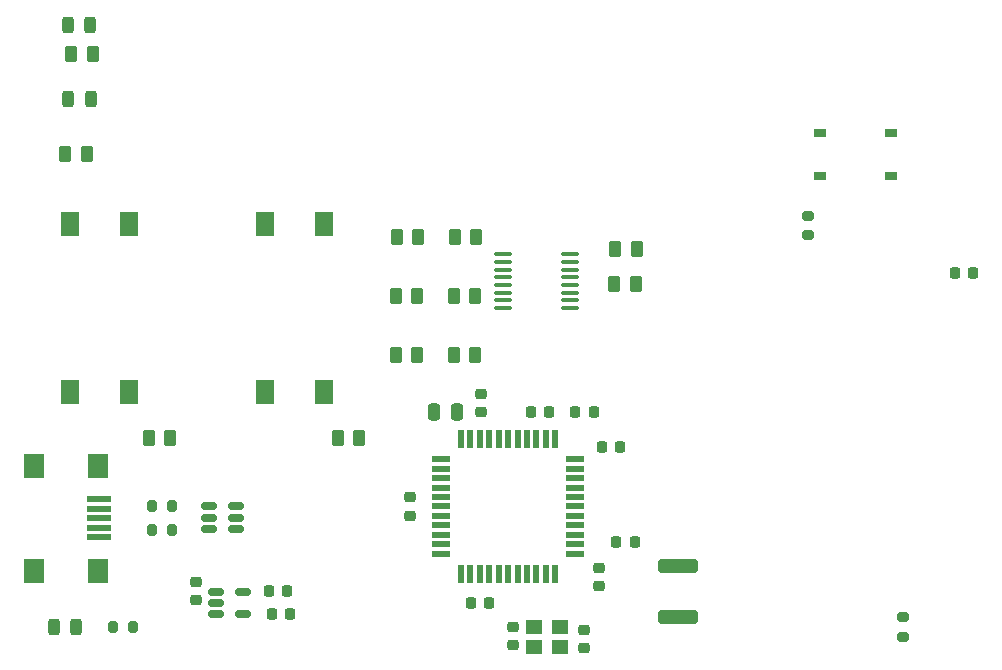
<source format=gbr>
%TF.GenerationSoftware,KiCad,Pcbnew,(7.0.0)*%
%TF.CreationDate,2023-04-24T10:23:05-06:00*%
%TF.ProjectId,Phase_B_Prototype,50686173-655f-4425-9f50-726f746f7479,rev?*%
%TF.SameCoordinates,Original*%
%TF.FileFunction,Paste,Top*%
%TF.FilePolarity,Positive*%
%FSLAX46Y46*%
G04 Gerber Fmt 4.6, Leading zero omitted, Abs format (unit mm)*
G04 Created by KiCad (PCBNEW (7.0.0)) date 2023-04-24 10:23:05*
%MOMM*%
%LPD*%
G01*
G04 APERTURE LIST*
G04 Aperture macros list*
%AMRoundRect*
0 Rectangle with rounded corners*
0 $1 Rounding radius*
0 $2 $3 $4 $5 $6 $7 $8 $9 X,Y pos of 4 corners*
0 Add a 4 corners polygon primitive as box body*
4,1,4,$2,$3,$4,$5,$6,$7,$8,$9,$2,$3,0*
0 Add four circle primitives for the rounded corners*
1,1,$1+$1,$2,$3*
1,1,$1+$1,$4,$5*
1,1,$1+$1,$6,$7*
1,1,$1+$1,$8,$9*
0 Add four rect primitives between the rounded corners*
20,1,$1+$1,$2,$3,$4,$5,0*
20,1,$1+$1,$4,$5,$6,$7,0*
20,1,$1+$1,$6,$7,$8,$9,0*
20,1,$1+$1,$8,$9,$2,$3,0*%
G04 Aperture macros list end*
%ADD10RoundRect,0.250000X-0.250000X-0.475000X0.250000X-0.475000X0.250000X0.475000X-0.250000X0.475000X0*%
%ADD11RoundRect,0.243750X-0.243750X-0.456250X0.243750X-0.456250X0.243750X0.456250X-0.243750X0.456250X0*%
%ADD12RoundRect,0.225000X-0.225000X-0.250000X0.225000X-0.250000X0.225000X0.250000X-0.225000X0.250000X0*%
%ADD13RoundRect,0.250000X-0.262500X-0.450000X0.262500X-0.450000X0.262500X0.450000X-0.262500X0.450000X0*%
%ADD14RoundRect,0.200000X-0.200000X-0.275000X0.200000X-0.275000X0.200000X0.275000X-0.200000X0.275000X0*%
%ADD15R,1.400000X1.200000*%
%ADD16RoundRect,0.250000X1.450000X-0.312500X1.450000X0.312500X-1.450000X0.312500X-1.450000X-0.312500X0*%
%ADD17R,1.000000X0.700000*%
%ADD18RoundRect,0.225000X0.250000X-0.225000X0.250000X0.225000X-0.250000X0.225000X-0.250000X-0.225000X0*%
%ADD19RoundRect,0.150000X-0.512500X-0.150000X0.512500X-0.150000X0.512500X0.150000X-0.512500X0.150000X0*%
%ADD20RoundRect,0.225000X0.225000X0.250000X-0.225000X0.250000X-0.225000X-0.250000X0.225000X-0.250000X0*%
%ADD21RoundRect,0.225000X-0.250000X0.225000X-0.250000X-0.225000X0.250000X-0.225000X0.250000X0.225000X0*%
%ADD22RoundRect,0.200000X0.275000X-0.200000X0.275000X0.200000X-0.275000X0.200000X-0.275000X-0.200000X0*%
%ADD23R,1.500000X0.550000*%
%ADD24R,0.550000X1.500000*%
%ADD25R,1.500000X2.000000*%
%ADD26R,2.000000X0.500000*%
%ADD27R,1.700000X2.000000*%
%ADD28RoundRect,0.100000X-0.637500X-0.100000X0.637500X-0.100000X0.637500X0.100000X-0.637500X0.100000X0*%
G04 APERTURE END LIST*
D10*
%TO.C,C8*%
X217350000Y-103800000D03*
X219250000Y-103800000D03*
%TD*%
D11*
%TO.C,RED1*%
X186375000Y-77300000D03*
X188250000Y-77300000D03*
%TD*%
D12*
%TO.C,C6*%
X220450000Y-120000000D03*
X222000000Y-120000000D03*
%TD*%
D13*
%TO.C,R9*%
X219000000Y-94000000D03*
X220825000Y-94000000D03*
%TD*%
D14*
%TO.C,R15*%
X193475000Y-111800000D03*
X195125000Y-111800000D03*
%TD*%
D15*
%TO.C,Y1*%
X227999999Y-121999999D03*
X225799999Y-121999999D03*
X225799999Y-123699999D03*
X227999999Y-123699999D03*
%TD*%
D16*
%TO.C,F1*%
X238000000Y-121137500D03*
X238000000Y-116862500D03*
%TD*%
D13*
%TO.C,R4*%
X186587500Y-73500000D03*
X188412500Y-73500000D03*
%TD*%
D17*
%TO.C,S3*%
X249999999Y-80149999D03*
X255999999Y-80149999D03*
X249999999Y-83849999D03*
X255999999Y-83849999D03*
%TD*%
D18*
%TO.C,C9*%
X215300000Y-112575000D03*
X215300000Y-111025000D03*
%TD*%
D19*
%TO.C,U4*%
X198300000Y-111800000D03*
X198300000Y-112750000D03*
X198300000Y-113700000D03*
X200575000Y-113700000D03*
X200575000Y-112750000D03*
X200575000Y-111800000D03*
%TD*%
D13*
%TO.C,R1*%
X209175000Y-106000000D03*
X211000000Y-106000000D03*
%TD*%
D18*
%TO.C,C12*%
X221300000Y-103800000D03*
X221300000Y-102250000D03*
%TD*%
D12*
%TO.C,C4*%
X231525000Y-106800000D03*
X233075000Y-106800000D03*
%TD*%
D13*
%TO.C,R8*%
X219087500Y-89000000D03*
X220912500Y-89000000D03*
%TD*%
D12*
%TO.C,C14*%
X203362500Y-118950000D03*
X204912500Y-118950000D03*
%TD*%
D20*
%TO.C,C7*%
X227075000Y-103800000D03*
X225525000Y-103800000D03*
%TD*%
D12*
%TO.C,C1*%
X261450000Y-92000000D03*
X263000000Y-92000000D03*
%TD*%
D21*
%TO.C,C10*%
X231300000Y-117025000D03*
X231300000Y-118575000D03*
%TD*%
D13*
%TO.C,R6*%
X232677500Y-90000000D03*
X234502500Y-90000000D03*
%TD*%
%TO.C,R11*%
X214087500Y-94000000D03*
X215912500Y-94000000D03*
%TD*%
D21*
%TO.C,C2*%
X230000000Y-122225000D03*
X230000000Y-123775000D03*
%TD*%
D14*
%TO.C,R14*%
X193475000Y-113800000D03*
X195125000Y-113800000D03*
%TD*%
D22*
%TO.C,R17*%
X257000000Y-122825000D03*
X257000000Y-121175000D03*
%TD*%
D23*
%TO.C,U3*%
X217899999Y-107799999D03*
X217899999Y-108599999D03*
X217899999Y-109399999D03*
X217899999Y-110199999D03*
X217899999Y-110999999D03*
X217899999Y-111799999D03*
X217899999Y-112599999D03*
X217899999Y-113399999D03*
X217899999Y-114199999D03*
X217899999Y-114999999D03*
X217899999Y-115799999D03*
D24*
X219599999Y-117499999D03*
X220399999Y-117499999D03*
X221199999Y-117499999D03*
X221999999Y-117499999D03*
X222799999Y-117499999D03*
X223599999Y-117499999D03*
X224399999Y-117499999D03*
X225199999Y-117499999D03*
X225999999Y-117499999D03*
X226799999Y-117499999D03*
X227599999Y-117499999D03*
D23*
X229299999Y-115799999D03*
X229299999Y-114999999D03*
X229299999Y-114199999D03*
X229299999Y-113399999D03*
X229299999Y-112599999D03*
X229299999Y-111799999D03*
X229299999Y-110999999D03*
X229299999Y-110199999D03*
X229299999Y-109399999D03*
X229299999Y-108599999D03*
X229299999Y-107799999D03*
D24*
X227599999Y-106099999D03*
X226799999Y-106099999D03*
X225999999Y-106099999D03*
X225199999Y-106099999D03*
X224399999Y-106099999D03*
X223599999Y-106099999D03*
X222799999Y-106099999D03*
X221999999Y-106099999D03*
X221199999Y-106099999D03*
X220399999Y-106099999D03*
X219599999Y-106099999D03*
%TD*%
D13*
%TO.C,R10*%
X219000000Y-98950000D03*
X220825000Y-98950000D03*
%TD*%
%TO.C,R12*%
X214087500Y-99000000D03*
X215912500Y-99000000D03*
%TD*%
D11*
%TO.C,RED2*%
X185125000Y-122000000D03*
X187000000Y-122000000D03*
%TD*%
D13*
%TO.C,R5*%
X214175000Y-89000000D03*
X216000000Y-89000000D03*
%TD*%
D21*
%TO.C,C13*%
X197137500Y-118175000D03*
X197137500Y-119725000D03*
%TD*%
D14*
%TO.C,R16*%
X190175000Y-122000000D03*
X191825000Y-122000000D03*
%TD*%
D12*
%TO.C,C11*%
X232750000Y-114800000D03*
X234300000Y-114800000D03*
%TD*%
D13*
%TO.C,R7*%
X232590000Y-93000000D03*
X234415000Y-93000000D03*
%TD*%
D25*
%TO.C,S2*%
X207999999Y-87849999D03*
X207999999Y-102149999D03*
X202999999Y-87849999D03*
X202999999Y-102149999D03*
%TD*%
D13*
%TO.C,R2*%
X193175000Y-106000000D03*
X195000000Y-106000000D03*
%TD*%
D18*
%TO.C,C3*%
X224000000Y-123550000D03*
X224000000Y-122000000D03*
%TD*%
D11*
%TO.C,GREEN1*%
X186312500Y-71000000D03*
X188187500Y-71000000D03*
%TD*%
D19*
%TO.C,U5*%
X198862500Y-119050000D03*
X198862500Y-120000000D03*
X198862500Y-120950000D03*
X201137500Y-120950000D03*
X201137500Y-119050000D03*
%TD*%
D12*
%TO.C,C15*%
X203587500Y-120950000D03*
X205137500Y-120950000D03*
%TD*%
D26*
%TO.C,J1*%
X188999999Y-111199999D03*
X188999999Y-111999999D03*
X188999999Y-112799999D03*
X188999999Y-113599999D03*
X188999999Y-114399999D03*
D27*
X188899999Y-108349999D03*
X183449999Y-108349999D03*
X188899999Y-117249999D03*
X183449999Y-117249999D03*
%TD*%
D13*
%TO.C,R3*%
X186087500Y-82000000D03*
X187912500Y-82000000D03*
%TD*%
D22*
%TO.C,R13*%
X249000000Y-88825000D03*
X249000000Y-87175000D03*
%TD*%
D12*
%TO.C,C5*%
X229300000Y-103800000D03*
X230850000Y-103800000D03*
%TD*%
D25*
%TO.C,S1*%
X191499999Y-87849999D03*
X191499999Y-102149999D03*
X186499999Y-87849999D03*
X186499999Y-102149999D03*
%TD*%
D28*
%TO.C,U2*%
X223137500Y-90450000D03*
X223137500Y-91100000D03*
X223137500Y-91750000D03*
X223137500Y-92400000D03*
X223137500Y-93050000D03*
X223137500Y-93700000D03*
X223137500Y-94350000D03*
X223137500Y-95000000D03*
X228862500Y-95000000D03*
X228862500Y-94350000D03*
X228862500Y-93700000D03*
X228862500Y-93050000D03*
X228862500Y-92400000D03*
X228862500Y-91750000D03*
X228862500Y-91100000D03*
X228862500Y-90450000D03*
%TD*%
M02*

</source>
